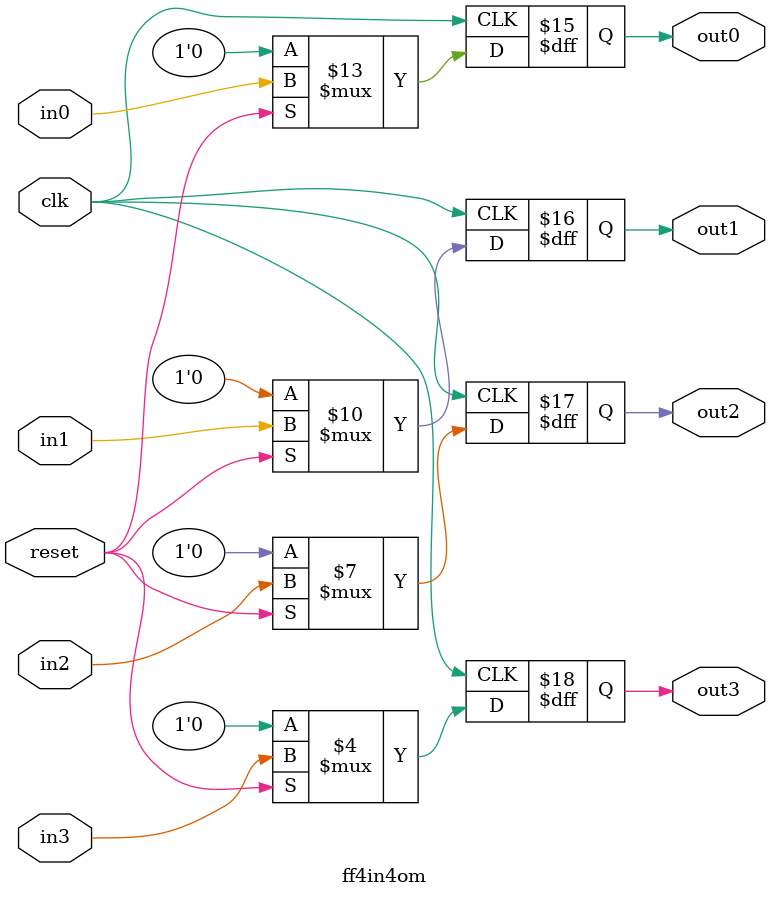
<source format=v>


  module ff4in4om(
      input clk,
      input reset,
      // Inputs, are 4
      input wire in0,
      input wire in1,
      input wire in2,
      input wire in3,
      // Outputs, are 4
      output reg out0,
      output reg out1,
      output reg out2,
      output reg out3
  );
  // Each positive edge of the clock make these changes
  always @(posedge clk)
  //If this happens on a positive edge of the clock, make the following changes for the next clock edge
  begin
    // Reset synchronous
    if (reset == 0) // If reset in LOW nonblobking assing zero
    begin
      out0 <= 0;
      out1 <= 0;
      out2 <= 0;
      out3 <= 0;
    end // end if
    else begin // reset  == 1
      out0 <= in0;
      out1 <= in1;
      out2 <= in2;
      out3 <= in3;
    end // end else
  end // end always posedge clk

endmodule

</source>
